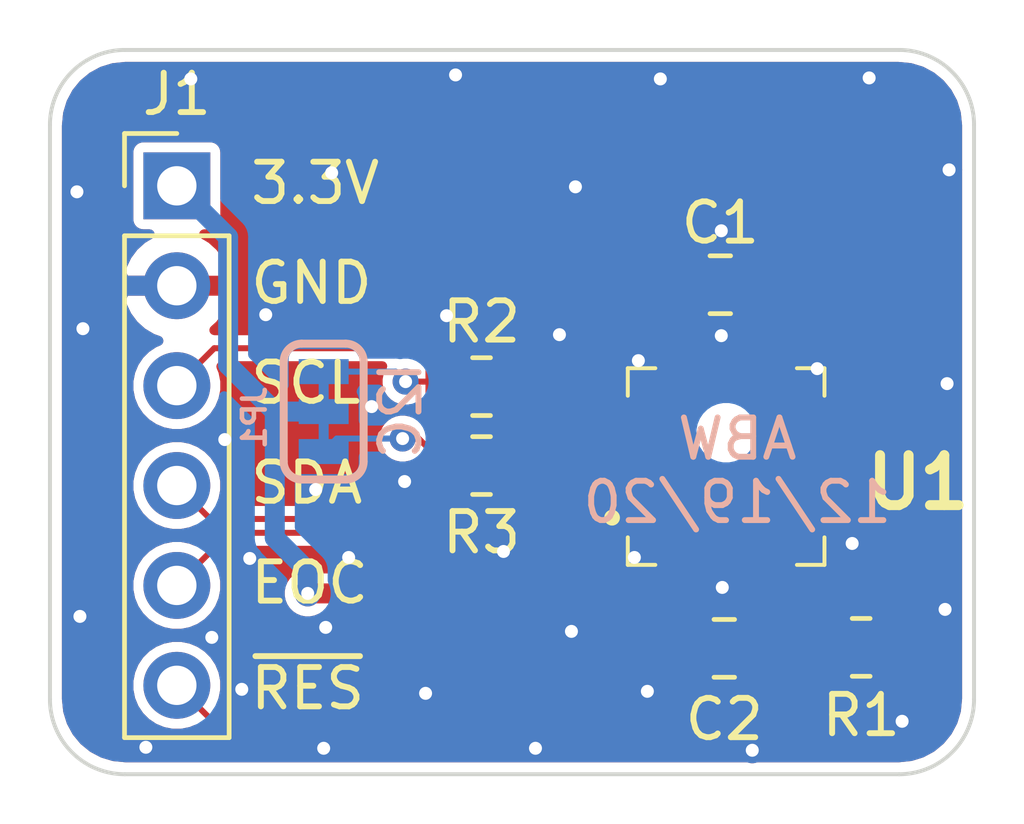
<source format=kicad_pcb>
(kicad_pcb (version 20171130) (host pcbnew "(5.1.8)-1")

  (general
    (thickness 1.6)
    (drawings 16)
    (tracks 97)
    (zones 0)
    (modules 8)
    (nets 15)
  )

  (page A4)
  (layers
    (0 F.Cu signal)
    (31 B.Cu signal)
    (32 B.Adhes user)
    (33 F.Adhes user)
    (34 B.Paste user)
    (35 F.Paste user)
    (36 B.SilkS user)
    (37 F.SilkS user)
    (38 B.Mask user)
    (39 F.Mask user)
    (40 Dwgs.User user)
    (41 Cmts.User user)
    (42 Eco1.User user)
    (43 Eco2.User user)
    (44 Edge.Cuts user)
    (45 Margin user)
    (46 B.CrtYd user)
    (47 F.CrtYd user)
    (48 B.Fab user hide)
    (49 F.Fab user hide)
  )

  (setup
    (last_trace_width 0.508)
    (user_trace_width 0.1524)
    (user_trace_width 0.1778)
    (user_trace_width 0.254)
    (user_trace_width 0.3048)
    (user_trace_width 0.381)
    (user_trace_width 0.508)
    (user_trace_width 0.635)
    (user_trace_width 0.889)
    (user_trace_width 1.016)
    (user_trace_width 1.27)
    (user_trace_width 1.905)
    (user_trace_width 2.54)
    (trace_clearance 0.2)
    (zone_clearance 0.508)
    (zone_45_only no)
    (trace_min 0.1)
    (via_size 0.8)
    (via_drill 0.4)
    (via_min_size 0.4)
    (via_min_drill 0.3)
    (user_via 0.6096 0.3048)
    (user_via 0.6604 0.3302)
    (user_via 0.889 0.381)
    (user_via 1.397 0.635)
    (uvia_size 0.3)
    (uvia_drill 0.1)
    (uvias_allowed no)
    (uvia_min_size 0.2)
    (uvia_min_drill 0.1)
    (edge_width 0.05)
    (segment_width 0.2)
    (pcb_text_width 0.3)
    (pcb_text_size 1.5 1.5)
    (mod_edge_width 0.12)
    (mod_text_size 1 1)
    (mod_text_width 0.15)
    (pad_size 1.524 1.524)
    (pad_drill 0.762)
    (pad_to_mask_clearance 0.051)
    (solder_mask_min_width 0.25)
    (aux_axis_origin 0 0)
    (visible_elements FFFFFF7F)
    (pcbplotparams
      (layerselection 0x010fc_ffffffff)
      (usegerberextensions false)
      (usegerberattributes true)
      (usegerberadvancedattributes true)
      (creategerberjobfile true)
      (excludeedgelayer true)
      (linewidth 0.100000)
      (plotframeref false)
      (viasonmask false)
      (mode 1)
      (useauxorigin false)
      (hpglpennumber 1)
      (hpglpenspeed 20)
      (hpglpendiameter 15.000000)
      (psnegative false)
      (psa4output false)
      (plotreference true)
      (plotvalue true)
      (plotinvisibletext false)
      (padsonsilk false)
      (subtractmaskfromsilk false)
      (outputformat 1)
      (mirror false)
      (drillshape 1)
      (scaleselection 1)
      (outputdirectory ""))
  )

  (net 0 "")
  (net 1 "Net-(C1-Pad2)")
  (net 2 "Net-(C1-Pad1)")
  (net 3 GND)
  (net 4 +3V3)
  (net 5 /~RES)
  (net 6 /EOC)
  (net 7 /SDA)
  (net 8 /SCL)
  (net 9 "Net-(JP1-Pad3)")
  (net 10 "Net-(JP1-Pad1)")
  (net 11 "Net-(U1-Pad11)")
  (net 12 "Net-(U1-Pad7)")
  (net 13 "Net-(U1-Pad5)")
  (net 14 "Net-(U1-Pad1)")

  (net_class Default "This is the default net class."
    (clearance 0.2)
    (trace_width 0.25)
    (via_dia 0.8)
    (via_drill 0.4)
    (uvia_dia 0.3)
    (uvia_drill 0.1)
    (add_net +3V3)
    (add_net /EOC)
    (add_net /SCL)
    (add_net /SDA)
    (add_net /~RES)
    (add_net GND)
    (add_net "Net-(C1-Pad1)")
    (add_net "Net-(C1-Pad2)")
    (add_net "Net-(JP1-Pad1)")
    (add_net "Net-(JP1-Pad3)")
    (add_net "Net-(U1-Pad1)")
    (add_net "Net-(U1-Pad11)")
    (add_net "Net-(U1-Pad5)")
    (add_net "Net-(U1-Pad7)")
  )

  (module SamacSys_Parts:MPRLS0300YG00001B (layer F.Cu) (tedit 0) (tstamp 5FDE2B3F)
    (at 100.7618 65.2018 270)
    (descr MPRLS0300YG00001B)
    (tags "Undefined or Miscellaneous")
    (path /5FDE24E9)
    (fp_text reference U1 (at 0.4064 -5.1308 180) (layer F.SilkS)
      (effects (font (size 1.27 1.27) (thickness 0.254)))
    )
    (fp_text value MPRLS0300YG00001B (at 0 0 90) (layer F.SilkS) hide
      (effects (font (size 1.27 1.27) (thickness 0.254)))
    )
    (fp_arc (start 1.3 2.65) (end 1.4 2.65) (angle 180) (layer F.SilkS) (width 0.2))
    (fp_arc (start 1.3 2.65) (end 1.2 2.65) (angle 180) (layer F.SilkS) (width 0.2))
    (fp_text user %R (at 0 0 90) (layer F.Fab)
      (effects (font (size 1.27 1.27) (thickness 0.254)))
    )
    (fp_line (start -2.5 -2.75) (end 2.5 -2.75) (layer F.Fab) (width 0.2))
    (fp_line (start 2.5 -2.75) (end 2.5 2.25) (layer F.Fab) (width 0.2))
    (fp_line (start 2.5 2.25) (end -2.5 2.25) (layer F.Fab) (width 0.2))
    (fp_line (start -2.5 2.25) (end -2.5 -2.75) (layer F.Fab) (width 0.2))
    (fp_line (start -3.5 -3.75) (end 3.5 -3.75) (layer F.CrtYd) (width 0.1))
    (fp_line (start 3.5 -3.75) (end 3.5 3.75) (layer F.CrtYd) (width 0.1))
    (fp_line (start 3.5 3.75) (end -3.5 3.75) (layer F.CrtYd) (width 0.1))
    (fp_line (start -3.5 3.75) (end -3.5 -3.75) (layer F.CrtYd) (width 0.1))
    (fp_line (start -1.8 -2.75) (end -2.5 -2.75) (layer F.SilkS) (width 0.1))
    (fp_line (start -2.5 -2.75) (end -2.5 -2.05) (layer F.SilkS) (width 0.1))
    (fp_line (start -2.5 1.55) (end -2.5 2.25) (layer F.SilkS) (width 0.1))
    (fp_line (start -2.5 2.25) (end -1.8 2.25) (layer F.SilkS) (width 0.1))
    (fp_line (start 1.8 2.25) (end 2.5 2.25) (layer F.SilkS) (width 0.1))
    (fp_line (start 2.5 2.25) (end 2.5 1.55) (layer F.SilkS) (width 0.1))
    (fp_line (start 1.8 -2.75) (end 2.5 -2.75) (layer F.SilkS) (width 0.1))
    (fp_line (start 2.5 -2.75) (end 2.5 -2.05) (layer F.SilkS) (width 0.1))
    (fp_line (start 1.2 2.65) (end 1.2 2.65) (layer F.SilkS) (width 0.2))
    (fp_line (start 1.4 2.65) (end 1.4 2.65) (layer F.SilkS) (width 0.2))
    (pad 13 np_thru_hole circle (at -0.86 -0.25 270) (size 1 0) (drill 1) (layers *.Cu *.Mask))
    (pad 12 smd rect (at 2.1 1.02 270) (size 0.65 0.7) (layers F.Cu F.Paste F.Mask)
      (net 4 +3V3))
    (pad 11 smd rect (at 2.1 -0.25 270) (size 0.65 0.7) (layers F.Cu F.Paste F.Mask)
      (net 11 "Net-(U1-Pad11)"))
    (pad 10 smd rect (at 2.1 -1.52 270) (size 0.65 0.7) (layers F.Cu F.Paste F.Mask)
      (net 3 GND))
    (pad 9 smd rect (at 1.27 -2.35) (size 0.65 0.7) (layers F.Cu F.Paste F.Mask)
      (net 5 /~RES))
    (pad 8 smd rect (at 0 -2.35) (size 0.65 0.7) (layers F.Cu F.Paste F.Mask)
      (net 6 /EOC))
    (pad 7 smd rect (at -1.27 -2.35) (size 0.65 0.7) (layers F.Cu F.Paste F.Mask)
      (net 12 "Net-(U1-Pad7)"))
    (pad 6 smd rect (at -2.1 -1.52 270) (size 0.65 0.7) (layers F.Cu F.Paste F.Mask)
      (net 2 "Net-(C1-Pad1)"))
    (pad 5 smd rect (at -2.1 -0.25 270) (size 0.65 0.7) (layers F.Cu F.Paste F.Mask)
      (net 13 "Net-(U1-Pad5)"))
    (pad 4 smd rect (at -2.1 1.02 270) (size 0.65 0.7) (layers F.Cu F.Paste F.Mask)
      (net 1 "Net-(C1-Pad2)"))
    (pad 3 smd rect (at -1.27 1.85) (size 0.65 0.7) (layers F.Cu F.Paste F.Mask)
      (net 8 /SCL))
    (pad 2 smd rect (at 0 1.85) (size 0.65 0.7) (layers F.Cu F.Paste F.Mask)
      (net 7 /SDA))
    (pad 1 smd rect (at 1.27 1.85) (size 0.65 0.7) (layers F.Cu F.Paste F.Mask)
      (net 14 "Net-(U1-Pad1)"))
    (model "D:\\AveryW\\Assorted Programs\\KiCad\\SamacSys_Parts.3dshapes\\MPRLS0300YG00001B.stp"
      (at (xyz 0 0 0))
      (scale (xyz 1 1 1))
      (rotate (xyz 0 0 0))
    )
  )

  (module Resistor_SMD:R_0805_2012Metric (layer F.Cu) (tedit 5F68FEEE) (tstamp 5FDE2B19)
    (at 94.7928 65.1764)
    (descr "Resistor SMD 0805 (2012 Metric), square (rectangular) end terminal, IPC_7351 nominal, (Body size source: IPC-SM-782 page 72, https://www.pcb-3d.com/wordpress/wp-content/uploads/ipc-sm-782a_amendment_1_and_2.pdf), generated with kicad-footprint-generator")
    (tags resistor)
    (path /5FDEB73E)
    (attr smd)
    (fp_text reference R3 (at 0 1.7018) (layer F.SilkS)
      (effects (font (size 1 1) (thickness 0.15)))
    )
    (fp_text value 2.2k (at 0 1.65) (layer F.Fab)
      (effects (font (size 1 1) (thickness 0.15)))
    )
    (fp_text user %R (at 0 0) (layer F.Fab)
      (effects (font (size 0.5 0.5) (thickness 0.08)))
    )
    (fp_line (start -1 0.625) (end -1 -0.625) (layer F.Fab) (width 0.1))
    (fp_line (start -1 -0.625) (end 1 -0.625) (layer F.Fab) (width 0.1))
    (fp_line (start 1 -0.625) (end 1 0.625) (layer F.Fab) (width 0.1))
    (fp_line (start 1 0.625) (end -1 0.625) (layer F.Fab) (width 0.1))
    (fp_line (start -0.227064 -0.735) (end 0.227064 -0.735) (layer F.SilkS) (width 0.12))
    (fp_line (start -0.227064 0.735) (end 0.227064 0.735) (layer F.SilkS) (width 0.12))
    (fp_line (start -1.68 0.95) (end -1.68 -0.95) (layer F.CrtYd) (width 0.05))
    (fp_line (start -1.68 -0.95) (end 1.68 -0.95) (layer F.CrtYd) (width 0.05))
    (fp_line (start 1.68 -0.95) (end 1.68 0.95) (layer F.CrtYd) (width 0.05))
    (fp_line (start 1.68 0.95) (end -1.68 0.95) (layer F.CrtYd) (width 0.05))
    (pad 2 smd roundrect (at 0.9125 0) (size 1.025 1.4) (layers F.Cu F.Paste F.Mask) (roundrect_rratio 0.243902)
      (net 7 /SDA))
    (pad 1 smd roundrect (at -0.9125 0) (size 1.025 1.4) (layers F.Cu F.Paste F.Mask) (roundrect_rratio 0.243902)
      (net 10 "Net-(JP1-Pad1)"))
    (model ${KISYS3DMOD}/Resistor_SMD.3dshapes/R_0805_2012Metric.wrl
      (at (xyz 0 0 0))
      (scale (xyz 1 1 1))
      (rotate (xyz 0 0 0))
    )
  )

  (module Resistor_SMD:R_0805_2012Metric (layer F.Cu) (tedit 5F68FEEE) (tstamp 5FDE2B08)
    (at 94.7928 63.1698)
    (descr "Resistor SMD 0805 (2012 Metric), square (rectangular) end terminal, IPC_7351 nominal, (Body size source: IPC-SM-782 page 72, https://www.pcb-3d.com/wordpress/wp-content/uploads/ipc-sm-782a_amendment_1_and_2.pdf), generated with kicad-footprint-generator")
    (tags resistor)
    (path /5FDEA968)
    (attr smd)
    (fp_text reference R2 (at 0 -1.65) (layer F.SilkS)
      (effects (font (size 1 1) (thickness 0.15)))
    )
    (fp_text value 2.2k (at 0 1.65) (layer F.Fab)
      (effects (font (size 1 1) (thickness 0.15)))
    )
    (fp_text user %R (at 0 0) (layer F.Fab)
      (effects (font (size 0.5 0.5) (thickness 0.08)))
    )
    (fp_line (start -1 0.625) (end -1 -0.625) (layer F.Fab) (width 0.1))
    (fp_line (start -1 -0.625) (end 1 -0.625) (layer F.Fab) (width 0.1))
    (fp_line (start 1 -0.625) (end 1 0.625) (layer F.Fab) (width 0.1))
    (fp_line (start 1 0.625) (end -1 0.625) (layer F.Fab) (width 0.1))
    (fp_line (start -0.227064 -0.735) (end 0.227064 -0.735) (layer F.SilkS) (width 0.12))
    (fp_line (start -0.227064 0.735) (end 0.227064 0.735) (layer F.SilkS) (width 0.12))
    (fp_line (start -1.68 0.95) (end -1.68 -0.95) (layer F.CrtYd) (width 0.05))
    (fp_line (start -1.68 -0.95) (end 1.68 -0.95) (layer F.CrtYd) (width 0.05))
    (fp_line (start 1.68 -0.95) (end 1.68 0.95) (layer F.CrtYd) (width 0.05))
    (fp_line (start 1.68 0.95) (end -1.68 0.95) (layer F.CrtYd) (width 0.05))
    (pad 2 smd roundrect (at 0.9125 0) (size 1.025 1.4) (layers F.Cu F.Paste F.Mask) (roundrect_rratio 0.243902)
      (net 8 /SCL))
    (pad 1 smd roundrect (at -0.9125 0) (size 1.025 1.4) (layers F.Cu F.Paste F.Mask) (roundrect_rratio 0.243902)
      (net 9 "Net-(JP1-Pad3)"))
    (model ${KISYS3DMOD}/Resistor_SMD.3dshapes/R_0805_2012Metric.wrl
      (at (xyz 0 0 0))
      (scale (xyz 1 1 1))
      (rotate (xyz 0 0 0))
    )
  )

  (module Resistor_SMD:R_0805_2012Metric (layer F.Cu) (tedit 5F68FEEE) (tstamp 5FDE2AF7)
    (at 104.4448 69.7992)
    (descr "Resistor SMD 0805 (2012 Metric), square (rectangular) end terminal, IPC_7351 nominal, (Body size source: IPC-SM-782 page 72, https://www.pcb-3d.com/wordpress/wp-content/uploads/ipc-sm-782a_amendment_1_and_2.pdf), generated with kicad-footprint-generator")
    (tags resistor)
    (path /5FDED1EB)
    (attr smd)
    (fp_text reference R1 (at 0 1.7272) (layer F.SilkS)
      (effects (font (size 1 1) (thickness 0.15)))
    )
    (fp_text value 10k (at 0 1.65) (layer F.Fab)
      (effects (font (size 1 1) (thickness 0.15)))
    )
    (fp_text user %R (at 0 0) (layer F.Fab)
      (effects (font (size 0.5 0.5) (thickness 0.08)))
    )
    (fp_line (start -1 0.625) (end -1 -0.625) (layer F.Fab) (width 0.1))
    (fp_line (start -1 -0.625) (end 1 -0.625) (layer F.Fab) (width 0.1))
    (fp_line (start 1 -0.625) (end 1 0.625) (layer F.Fab) (width 0.1))
    (fp_line (start 1 0.625) (end -1 0.625) (layer F.Fab) (width 0.1))
    (fp_line (start -0.227064 -0.735) (end 0.227064 -0.735) (layer F.SilkS) (width 0.12))
    (fp_line (start -0.227064 0.735) (end 0.227064 0.735) (layer F.SilkS) (width 0.12))
    (fp_line (start -1.68 0.95) (end -1.68 -0.95) (layer F.CrtYd) (width 0.05))
    (fp_line (start -1.68 -0.95) (end 1.68 -0.95) (layer F.CrtYd) (width 0.05))
    (fp_line (start 1.68 -0.95) (end 1.68 0.95) (layer F.CrtYd) (width 0.05))
    (fp_line (start 1.68 0.95) (end -1.68 0.95) (layer F.CrtYd) (width 0.05))
    (pad 2 smd roundrect (at 0.9125 0) (size 1.025 1.4) (layers F.Cu F.Paste F.Mask) (roundrect_rratio 0.243902)
      (net 5 /~RES))
    (pad 1 smd roundrect (at -0.9125 0) (size 1.025 1.4) (layers F.Cu F.Paste F.Mask) (roundrect_rratio 0.243902)
      (net 4 +3V3))
    (model ${KISYS3DMOD}/Resistor_SMD.3dshapes/R_0805_2012Metric.wrl
      (at (xyz 0 0 0))
      (scale (xyz 1 1 1))
      (rotate (xyz 0 0 0))
    )
  )

  (module Jumper:SMT-JUMPER_3_2-NC_TRACE_SILK (layer B.Cu) (tedit 0) (tstamp 5FDE2AE6)
    (at 90.7796 63.8048 90)
    (path /5FDE36A7)
    (fp_text reference JP1 (at -0.1524 -1.4224 270) (layer B.SilkS)
      (effects (font (size 0.57912 0.57912) (thickness 0.115824)) (justify bottom mirror))
    )
    (fp_text value I2C (at 0 -1.143 270) (layer B.Fab)
      (effects (font (size 0.57912 0.57912) (thickness 0.115824)) (justify top mirror))
    )
    (fp_arc (start 1.27 -0.5588) (end 1.27 -1.016) (angle 90) (layer B.SilkS) (width 0.2032))
    (fp_arc (start -1.27 -0.5588) (end -1.7272 -0.5588) (angle 90) (layer B.SilkS) (width 0.2032))
    (fp_arc (start -1.27 0.5588) (end -1.7272 0.5588) (angle -90) (layer B.SilkS) (width 0.2032))
    (fp_arc (start 1.27 0.5588) (end 1.27 1.016) (angle -90) (layer B.SilkS) (width 0.2032))
    (fp_line (start 1.27 -1.016) (end -1.27 -1.016) (layer B.SilkS) (width 0.2032))
    (fp_line (start 1.7272 -0.5588) (end 1.7272 0.5588) (layer B.SilkS) (width 0.2032))
    (fp_line (start -1.7272 -0.5588) (end -1.7272 0.5588) (layer B.SilkS) (width 0.2032))
    (fp_line (start -1.27 1.016) (end 1.27 1.016) (layer B.SilkS) (width 0.2032))
    (fp_poly (pts (xy -0.6985 0.127) (xy 0.6985 0.127) (xy 0.6985 -0.127) (xy -0.6985 -0.127)) (layer B.Mask) (width 0))
    (fp_poly (pts (xy 0.3048 -0.127) (xy 0.7112 -0.127) (xy 0.7112 0.127) (xy 0.3048 0.127)) (layer B.Cu) (width 0))
    (fp_poly (pts (xy -0.7112 -0.127) (xy -0.3048 -0.127) (xy -0.3048 0.127) (xy -0.7112 0.127)) (layer B.Cu) (width 0))
    (pad 3 smd rect (at 1.016 0 90) (size 0.635 1.27) (layers B.Cu B.Mask)
      (net 9 "Net-(JP1-Pad3)") (solder_mask_margin 0.1016))
    (pad 2 smd rect (at 0 0 90) (size 0.635 1.27) (layers B.Cu B.Mask)
      (net 4 +3V3) (solder_mask_margin 0.1016))
    (pad 1 smd rect (at -1.016 0 90) (size 0.635 1.27) (layers B.Cu B.Mask)
      (net 10 "Net-(JP1-Pad1)") (solder_mask_margin 0.1016))
  )

  (module Connector_PinHeader_2.54mm:PinHeader_1x06_P2.54mm_Vertical (layer F.Cu) (tedit 59FED5CC) (tstamp 5FDE2AD4)
    (at 87.0458 58.0644)
    (descr "Through hole straight pin header, 1x06, 2.54mm pitch, single row")
    (tags "Through hole pin header THT 1x06 2.54mm single row")
    (path /5FDE40C5)
    (fp_text reference J1 (at 0 -2.33) (layer F.SilkS)
      (effects (font (size 1 1) (thickness 0.15)))
    )
    (fp_text value Conn_01x06 (at 0 15.03) (layer F.Fab)
      (effects (font (size 1 1) (thickness 0.15)))
    )
    (fp_text user %R (at 0 6.35 90) (layer F.Fab)
      (effects (font (size 1 1) (thickness 0.15)))
    )
    (fp_line (start -0.635 -1.27) (end 1.27 -1.27) (layer F.Fab) (width 0.1))
    (fp_line (start 1.27 -1.27) (end 1.27 13.97) (layer F.Fab) (width 0.1))
    (fp_line (start 1.27 13.97) (end -1.27 13.97) (layer F.Fab) (width 0.1))
    (fp_line (start -1.27 13.97) (end -1.27 -0.635) (layer F.Fab) (width 0.1))
    (fp_line (start -1.27 -0.635) (end -0.635 -1.27) (layer F.Fab) (width 0.1))
    (fp_line (start -1.33 14.03) (end 1.33 14.03) (layer F.SilkS) (width 0.12))
    (fp_line (start -1.33 1.27) (end -1.33 14.03) (layer F.SilkS) (width 0.12))
    (fp_line (start 1.33 1.27) (end 1.33 14.03) (layer F.SilkS) (width 0.12))
    (fp_line (start -1.33 1.27) (end 1.33 1.27) (layer F.SilkS) (width 0.12))
    (fp_line (start -1.33 0) (end -1.33 -1.33) (layer F.SilkS) (width 0.12))
    (fp_line (start -1.33 -1.33) (end 0 -1.33) (layer F.SilkS) (width 0.12))
    (fp_line (start -1.8 -1.8) (end -1.8 14.5) (layer F.CrtYd) (width 0.05))
    (fp_line (start -1.8 14.5) (end 1.8 14.5) (layer F.CrtYd) (width 0.05))
    (fp_line (start 1.8 14.5) (end 1.8 -1.8) (layer F.CrtYd) (width 0.05))
    (fp_line (start 1.8 -1.8) (end -1.8 -1.8) (layer F.CrtYd) (width 0.05))
    (pad 6 thru_hole oval (at 0 12.7) (size 1.7 1.7) (drill 1) (layers *.Cu *.Mask)
      (net 5 /~RES))
    (pad 5 thru_hole oval (at 0 10.16) (size 1.7 1.7) (drill 1) (layers *.Cu *.Mask)
      (net 6 /EOC))
    (pad 4 thru_hole oval (at 0 7.62) (size 1.7 1.7) (drill 1) (layers *.Cu *.Mask)
      (net 7 /SDA))
    (pad 3 thru_hole oval (at 0 5.08) (size 1.7 1.7) (drill 1) (layers *.Cu *.Mask)
      (net 8 /SCL))
    (pad 2 thru_hole oval (at 0 2.54) (size 1.7 1.7) (drill 1) (layers *.Cu *.Mask)
      (net 3 GND))
    (pad 1 thru_hole rect (at 0 0) (size 1.7 1.7) (drill 1) (layers *.Cu *.Mask)
      (net 4 +3V3))
    (model ${KISYS3DMOD}/Connector_PinHeader_2.54mm.3dshapes/PinHeader_1x06_P2.54mm_Vertical.wrl
      (offset (xyz 0 0 -1.5))
      (scale (xyz 1 1 1))
      (rotate (xyz 0 180 0))
    )
  )

  (module Capacitor_SMD:C_0805_2012Metric (layer F.Cu) (tedit 5F68FEEE) (tstamp 5FDE2ABA)
    (at 100.965 69.8246)
    (descr "Capacitor SMD 0805 (2012 Metric), square (rectangular) end terminal, IPC_7351 nominal, (Body size source: IPC-SM-782 page 76, https://www.pcb-3d.com/wordpress/wp-content/uploads/ipc-sm-782a_amendment_1_and_2.pdf, https://docs.google.com/spreadsheets/d/1BsfQQcO9C6DZCsRaXUlFlo91Tg2WpOkGARC1WS5S8t0/edit?usp=sharing), generated with kicad-footprint-generator")
    (tags capacitor)
    (path /5FDE623E)
    (attr smd)
    (fp_text reference C2 (at 0 1.8034) (layer F.SilkS)
      (effects (font (size 1 1) (thickness 0.15)))
    )
    (fp_text value 0.1uF (at 0 1.68) (layer F.Fab)
      (effects (font (size 1 1) (thickness 0.15)))
    )
    (fp_text user %R (at 0 0) (layer F.Fab)
      (effects (font (size 0.5 0.5) (thickness 0.08)))
    )
    (fp_line (start -1 0.625) (end -1 -0.625) (layer F.Fab) (width 0.1))
    (fp_line (start -1 -0.625) (end 1 -0.625) (layer F.Fab) (width 0.1))
    (fp_line (start 1 -0.625) (end 1 0.625) (layer F.Fab) (width 0.1))
    (fp_line (start 1 0.625) (end -1 0.625) (layer F.Fab) (width 0.1))
    (fp_line (start -0.261252 -0.735) (end 0.261252 -0.735) (layer F.SilkS) (width 0.12))
    (fp_line (start -0.261252 0.735) (end 0.261252 0.735) (layer F.SilkS) (width 0.12))
    (fp_line (start -1.7 0.98) (end -1.7 -0.98) (layer F.CrtYd) (width 0.05))
    (fp_line (start -1.7 -0.98) (end 1.7 -0.98) (layer F.CrtYd) (width 0.05))
    (fp_line (start 1.7 -0.98) (end 1.7 0.98) (layer F.CrtYd) (width 0.05))
    (fp_line (start 1.7 0.98) (end -1.7 0.98) (layer F.CrtYd) (width 0.05))
    (pad 2 smd roundrect (at 0.95 0) (size 1 1.45) (layers F.Cu F.Paste F.Mask) (roundrect_rratio 0.25)
      (net 3 GND))
    (pad 1 smd roundrect (at -0.95 0) (size 1 1.45) (layers F.Cu F.Paste F.Mask) (roundrect_rratio 0.25)
      (net 4 +3V3))
    (model ${KISYS3DMOD}/Capacitor_SMD.3dshapes/C_0805_2012Metric.wrl
      (at (xyz 0 0 0))
      (scale (xyz 1 1 1))
      (rotate (xyz 0 0 0))
    )
  )

  (module Capacitor_SMD:C_0805_2012Metric (layer F.Cu) (tedit 5F68FEEE) (tstamp 5FDE2AA9)
    (at 100.8634 60.579 180)
    (descr "Capacitor SMD 0805 (2012 Metric), square (rectangular) end terminal, IPC_7351 nominal, (Body size source: IPC-SM-782 page 76, https://www.pcb-3d.com/wordpress/wp-content/uploads/ipc-sm-782a_amendment_1_and_2.pdf, https://docs.google.com/spreadsheets/d/1BsfQQcO9C6DZCsRaXUlFlo91Tg2WpOkGARC1WS5S8t0/edit?usp=sharing), generated with kicad-footprint-generator")
    (tags capacitor)
    (path /5FDE4EA1)
    (attr smd)
    (fp_text reference C1 (at 0 1.5748) (layer F.SilkS)
      (effects (font (size 1 1) (thickness 0.15)))
    )
    (fp_text value 1000pF (at 0 1.68) (layer F.Fab)
      (effects (font (size 1 1) (thickness 0.15)))
    )
    (fp_text user %R (at 0 0) (layer F.Fab)
      (effects (font (size 0.5 0.5) (thickness 0.08)))
    )
    (fp_line (start -1 0.625) (end -1 -0.625) (layer F.Fab) (width 0.1))
    (fp_line (start -1 -0.625) (end 1 -0.625) (layer F.Fab) (width 0.1))
    (fp_line (start 1 -0.625) (end 1 0.625) (layer F.Fab) (width 0.1))
    (fp_line (start 1 0.625) (end -1 0.625) (layer F.Fab) (width 0.1))
    (fp_line (start -0.261252 -0.735) (end 0.261252 -0.735) (layer F.SilkS) (width 0.12))
    (fp_line (start -0.261252 0.735) (end 0.261252 0.735) (layer F.SilkS) (width 0.12))
    (fp_line (start -1.7 0.98) (end -1.7 -0.98) (layer F.CrtYd) (width 0.05))
    (fp_line (start -1.7 -0.98) (end 1.7 -0.98) (layer F.CrtYd) (width 0.05))
    (fp_line (start 1.7 -0.98) (end 1.7 0.98) (layer F.CrtYd) (width 0.05))
    (fp_line (start 1.7 0.98) (end -1.7 0.98) (layer F.CrtYd) (width 0.05))
    (pad 2 smd roundrect (at 0.95 0 180) (size 1 1.45) (layers F.Cu F.Paste F.Mask) (roundrect_rratio 0.25)
      (net 1 "Net-(C1-Pad2)"))
    (pad 1 smd roundrect (at -0.95 0 180) (size 1 1.45) (layers F.Cu F.Paste F.Mask) (roundrect_rratio 0.25)
      (net 2 "Net-(C1-Pad1)"))
    (model ${KISYS3DMOD}/Capacitor_SMD.3dshapes/C_0805_2012Metric.wrl
      (at (xyz 0 0 0))
      (scale (xyz 1 1 1))
      (rotate (xyz 0 0 0))
    )
  )

  (gr_arc (start 85.725 71.12) (end 83.82 71.12) (angle -90) (layer Edge.Cuts) (width 0.1) (tstamp 5FDE3535))
  (gr_arc (start 105.41 71.12) (end 105.41 73.025) (angle -90) (layer Edge.Cuts) (width 0.1) (tstamp 5FDE3535))
  (gr_arc (start 105.41 56.515) (end 107.315 56.515) (angle -90) (layer Edge.Cuts) (width 0.1) (tstamp 5FDE3535))
  (gr_arc (start 85.725 56.515) (end 85.725 54.61) (angle -90) (layer Edge.Cuts) (width 0.1))
  (gr_line (start 107.315 56.515) (end 107.315 71.12) (layer Edge.Cuts) (width 0.1))
  (gr_line (start 85.725 54.61) (end 105.41 54.61) (layer Edge.Cuts) (width 0.1))
  (gr_line (start 83.82 71.12) (end 83.82 56.515) (layer Edge.Cuts) (width 0.1))
  (gr_line (start 105.41 73.025) (end 85.725 73.025) (layer Edge.Cuts) (width 0.1))
  (gr_text "ABW\n12/19/20" (at 101.2952 65.3034) (layer B.SilkS)
    (effects (font (size 1 1) (thickness 0.15)) (justify mirror))
  )
  (gr_text I2C (at 92.7354 63.7794 90) (layer B.SilkS)
    (effects (font (size 1 1) (thickness 0.15)) (justify mirror))
  )
  (gr_text ~RES (at 90.3732 70.8444) (layer F.SilkS)
    (effects (font (size 1 1) (thickness 0.15)))
  )
  (gr_text EOC (at 90.420819 68.1569) (layer F.SilkS)
    (effects (font (size 1 1) (thickness 0.15)))
  )
  (gr_text SDA (at 90.349391 65.6169) (layer F.SilkS)
    (effects (font (size 1 1) (thickness 0.15)))
  )
  (gr_text SCL (at 90.325581 63.0769) (layer F.SilkS)
    (effects (font (size 1 1) (thickness 0.15)))
  )
  (gr_text GND (at 90.468438 60.5369) (layer F.SilkS)
    (effects (font (size 1 1) (thickness 0.15)))
  )
  (gr_text 3.3V (at 90.563676 57.9969) (layer F.SilkS)
    (effects (font (size 1 1) (thickness 0.15)))
  )

  (segment (start 99.7418 60.7506) (end 99.9134 60.579) (width 0.1524) (layer F.Cu) (net 1))
  (segment (start 99.7418 63.1018) (end 99.7418 60.7506) (width 0.1524) (layer F.Cu) (net 1))
  (segment (start 102.2818 61.0474) (end 101.8134 60.579) (width 0.1524) (layer F.Cu) (net 2))
  (segment (start 102.2818 63.1018) (end 102.2818 61.0474) (width 0.1524) (layer F.Cu) (net 2))
  (segment (start 102.2818 69.4578) (end 101.915 69.8246) (width 0.1524) (layer F.Cu) (net 3))
  (segment (start 102.2818 67.3018) (end 102.2818 69.4578) (width 0.1524) (layer F.Cu) (net 3))
  (segment (start 101.915 69.8246) (end 101.915 69.8246) (width 0.1524) (layer F.Cu) (net 3) (tstamp 5FDE329E))
  (via (at 91.4146 67.5132) (size 0.6604) (drill 0.3302) (layers F.Cu B.Cu) (net 3))
  (via (at 88.9 67.5386) (size 0.6604) (drill 0.3302) (layers F.Cu B.Cu) (net 3))
  (segment (start 91.3892 67.5386) (end 91.4146 67.5132) (width 0.508) (layer F.Cu) (net 3))
  (segment (start 88.9 67.5386) (end 91.3892 67.5386) (width 0.508) (layer F.Cu) (net 3))
  (via (at 98.679 67.5132) (size 0.6604) (drill 0.3302) (layers F.Cu B.Cu) (net 3))
  (via (at 95.3516 67.3608) (size 0.6604) (drill 0.3302) (layers F.Cu B.Cu) (net 3))
  (via (at 87.9348 69.5452) (size 0.6604) (drill 0.3302) (layers F.Cu B.Cu) (net 3))
  (via (at 88.6968 70.866) (size 0.6604) (drill 0.3302) (layers F.Cu B.Cu) (net 3))
  (via (at 90.8304 69.2912) (size 0.6604) (drill 0.3302) (layers F.Cu B.Cu) (net 3))
  (via (at 93.3704 70.9676) (size 0.6604) (drill 0.3302) (layers F.Cu B.Cu) (net 3))
  (via (at 97.0788 69.3928) (size 0.6604) (drill 0.3302) (layers F.Cu B.Cu) (net 3))
  (via (at 99.0092 70.9168) (size 0.6604) (drill 0.3302) (layers F.Cu B.Cu) (net 3))
  (via (at 100.9142 68.2752) (size 0.6604) (drill 0.3302) (layers F.Cu B.Cu) (net 3))
  (via (at 86.2584 72.3392) (size 0.6604) (drill 0.3302) (layers F.Cu B.Cu) (net 3))
  (via (at 90.7796 72.3646) (size 0.6604) (drill 0.3302) (layers F.Cu B.Cu) (net 3))
  (via (at 96.1644 72.3646) (size 0.6604) (drill 0.3302) (layers F.Cu B.Cu) (net 3))
  (via (at 101.6762 72.4154) (size 0.6604) (drill 0.3302) (layers F.Cu B.Cu) (net 3))
  (via (at 105.4862 71.6788) (size 0.6604) (drill 0.3302) (layers F.Cu B.Cu) (net 3))
  (via (at 106.5784 68.834) (size 0.6604) (drill 0.3302) (layers F.Cu B.Cu) (net 3))
  (via (at 106.6292 63.0936) (size 0.6604) (drill 0.3302) (layers F.Cu B.Cu) (net 3))
  (via (at 106.68 57.658) (size 0.6604) (drill 0.3302) (layers F.Cu B.Cu) (net 3))
  (via (at 104.648 55.3212) (size 0.6604) (drill 0.3302) (layers F.Cu B.Cu) (net 3))
  (via (at 99.3394 55.3466) (size 0.6604) (drill 0.3302) (layers F.Cu B.Cu) (net 3))
  (via (at 94.1324 55.245) (size 0.6604) (drill 0.3302) (layers F.Cu B.Cu) (net 3))
  (via (at 87.4014 55.3466) (size 0.6604) (drill 0.3302) (layers F.Cu B.Cu) (net 3))
  (via (at 84.5058 58.2168) (size 0.6604) (drill 0.3302) (layers F.Cu B.Cu) (net 3))
  (via (at 84.6582 61.6966) (size 0.6604) (drill 0.3302) (layers F.Cu B.Cu) (net 3))
  (via (at 84.582 69.0118) (size 0.6604) (drill 0.3302) (layers F.Cu B.Cu) (net 3))
  (via (at 88.265 64.516) (size 0.6604) (drill 0.3302) (layers F.Cu B.Cu) (net 3))
  (via (at 92.837 65.5828) (size 0.6604) (drill 0.3302) (layers F.Cu B.Cu) (net 3))
  (via (at 90.5764 65.786) (size 0.6604) (drill 0.3302) (layers F.Cu B.Cu) (net 3))
  (via (at 91.9988 63.6778) (size 0.6604) (drill 0.3302) (layers F.Cu B.Cu) (net 3))
  (via (at 89.3064 61.341) (size 0.6604) (drill 0.3302) (layers F.Cu B.Cu) (net 3))
  (via (at 93.9038 61.3664) (size 0.6604) (drill 0.3302) (layers F.Cu B.Cu) (net 3))
  (via (at 96.774 61.849) (size 0.6604) (drill 0.3302) (layers F.Cu B.Cu) (net 3))
  (via (at 98.7806 62.5094) (size 0.6604) (drill 0.3302) (layers F.Cu B.Cu) (net 3))
  (via (at 100.8888 61.8744) (size 0.6604) (drill 0.3302) (layers F.Cu B.Cu) (net 3))
  (via (at 103.3272 62.7126) (size 0.6604) (drill 0.3302) (layers F.Cu B.Cu) (net 3))
  (via (at 104.2162 67.1576) (size 0.6604) (drill 0.3302) (layers F.Cu B.Cu) (net 3))
  (via (at 100.8888 59.2074) (size 0.6604) (drill 0.3302) (layers F.Cu B.Cu) (net 3))
  (via (at 97.1804 58.0898) (size 0.6604) (drill 0.3302) (layers F.Cu B.Cu) (net 3))
  (via (at 90.9828 57.7342) (size 0.6604) (drill 0.3302) (layers F.Cu B.Cu) (net 3))
  (segment (start 89.5369 63.8048) (end 90.7796 63.8048) (width 0.508) (layer B.Cu) (net 4))
  (segment (start 88.349801 62.617701) (end 89.5369 63.8048) (width 0.508) (layer B.Cu) (net 4))
  (segment (start 88.349801 59.368401) (end 88.349801 62.617701) (width 0.508) (layer B.Cu) (net 4))
  (segment (start 87.0458 58.0644) (end 88.349801 59.368401) (width 0.508) (layer B.Cu) (net 4))
  (via (at 90.3732 68.4276) (size 0.6604) (drill 0.3302) (layers F.Cu B.Cu) (net 4))
  (segment (start 90.3732 67.851182) (end 90.3732 68.4276) (width 0.508) (layer B.Cu) (net 4))
  (segment (start 89.5369 67.014882) (end 90.3732 67.851182) (width 0.508) (layer B.Cu) (net 4))
  (segment (start 89.5369 63.8048) (end 89.5369 67.014882) (width 0.508) (layer B.Cu) (net 4))
  (segment (start 98.618 68.4276) (end 100.015 69.8246) (width 0.508) (layer F.Cu) (net 4))
  (segment (start 90.3732 68.4276) (end 98.618 68.4276) (width 0.508) (layer F.Cu) (net 4))
  (segment (start 100.015 67.575) (end 99.7418 67.3018) (width 0.508) (layer F.Cu) (net 4))
  (segment (start 100.015 69.8246) (end 100.015 67.575) (width 0.508) (layer F.Cu) (net 4))
  (segment (start 103.5323 70.4992) (end 103.5323 69.7992) (width 0.508) (layer F.Cu) (net 4))
  (segment (start 103.02789 71.00361) (end 103.5323 70.4992) (width 0.508) (layer F.Cu) (net 4))
  (segment (start 101.19401 71.00361) (end 103.02789 71.00361) (width 0.508) (layer F.Cu) (net 4))
  (segment (start 100.015 69.8246) (end 101.19401 71.00361) (width 0.508) (layer F.Cu) (net 4))
  (segment (start 103.1118 67.5537) (end 105.3573 69.7992) (width 0.1524) (layer F.Cu) (net 5))
  (segment (start 103.1118 66.4718) (end 103.1118 67.5537) (width 0.1524) (layer F.Cu) (net 5))
  (segment (start 87.895799 71.614399) (end 87.0458 70.7644) (width 0.1524) (layer F.Cu) (net 5))
  (segment (start 103.542101 71.614399) (end 87.895799 71.614399) (width 0.1524) (layer F.Cu) (net 5))
  (segment (start 105.3573 69.7992) (end 103.542101 71.614399) (width 0.1524) (layer F.Cu) (net 5))
  (segment (start 87.0458 68.2244) (end 88.383391 66.886809) (width 0.1524) (layer F.Cu) (net 6))
  (segment (start 94.493274 66.886809) (end 95.213083 66.167) (width 0.1524) (layer F.Cu) (net 6))
  (segment (start 88.383391 66.886809) (end 94.493274 66.886809) (width 0.1524) (layer F.Cu) (net 6))
  (segment (start 102.485599 65.828001) (end 103.1118 65.2018) (width 0.1524) (layer F.Cu) (net 6))
  (segment (start 96.510375 65.828001) (end 102.485599 65.828001) (width 0.1524) (layer F.Cu) (net 6))
  (segment (start 96.171376 66.167) (end 96.510375 65.828001) (width 0.1524) (layer F.Cu) (net 6))
  (segment (start 95.213083 66.167) (end 96.171376 66.167) (width 0.1524) (layer F.Cu) (net 6))
  (segment (start 98.8864 65.1764) (end 98.9118 65.2018) (width 0.1524) (layer F.Cu) (net 7))
  (segment (start 95.7053 65.1764) (end 98.8864 65.1764) (width 0.1524) (layer F.Cu) (net 7))
  (segment (start 94.347301 66.534399) (end 95.7053 65.1764) (width 0.1524) (layer F.Cu) (net 7))
  (segment (start 87.895799 66.534399) (end 94.347301 66.534399) (width 0.1524) (layer F.Cu) (net 7))
  (segment (start 87.0458 65.6844) (end 87.895799 66.534399) (width 0.1524) (layer F.Cu) (net 7))
  (segment (start 98.1498 63.1698) (end 98.9118 63.9318) (width 0.1524) (layer F.Cu) (net 8))
  (segment (start 95.7053 63.1698) (end 98.1498 63.1698) (width 0.1524) (layer F.Cu) (net 8))
  (segment (start 94.72909 62.19359) (end 87.99661 62.19359) (width 0.1524) (layer F.Cu) (net 8))
  (segment (start 87.99661 62.19359) (end 87.0458 63.1444) (width 0.1524) (layer F.Cu) (net 8))
  (segment (start 95.7053 63.1698) (end 94.72909 62.19359) (width 0.1524) (layer F.Cu) (net 8))
  (via (at 92.8624 63.0428) (size 0.6604) (drill 0.3302) (layers F.Cu B.Cu) (net 9))
  (segment (start 93.7533 63.0428) (end 93.8803 63.1698) (width 0.1524) (layer F.Cu) (net 9))
  (segment (start 92.8624 63.0428) (end 93.7533 63.0428) (width 0.1524) (layer F.Cu) (net 9))
  (segment (start 92.6084 62.7888) (end 92.8624 63.0428) (width 0.1524) (layer B.Cu) (net 9))
  (segment (start 90.7796 62.7888) (end 92.6084 62.7888) (width 0.1524) (layer B.Cu) (net 9))
  (via (at 92.7862 64.4906) (size 0.6604) (drill 0.3302) (layers F.Cu B.Cu) (net 10))
  (segment (start 93.1945 64.4906) (end 93.8803 65.1764) (width 0.1524) (layer F.Cu) (net 10))
  (segment (start 92.7862 64.4906) (end 93.1945 64.4906) (width 0.1524) (layer F.Cu) (net 10))
  (segment (start 91.1098 64.4906) (end 90.7796 64.8208) (width 0.1524) (layer B.Cu) (net 10))
  (segment (start 92.7862 64.4906) (end 91.1098 64.4906) (width 0.1524) (layer B.Cu) (net 10))

  (zone (net 3) (net_name GND) (layer F.Cu) (tstamp 0) (hatch edge 0.508)
    (connect_pads (clearance 0.254))
    (min_thickness 0.254)
    (fill yes (arc_segments 32) (thermal_gap 0.508) (thermal_bridge_width 0.508))
    (polygon
      (pts
        (xy 108.585 74.295) (xy 82.55 74.295) (xy 82.55 53.34) (xy 108.585 53.34)
      )
    )
    (filled_polygon
      (pts
        (xy 105.695898 55.071099) (xy 105.970907 55.154129) (xy 106.224556 55.288996) (xy 106.447175 55.47056) (xy 106.630287 55.691905)
        (xy 106.76692 55.944602) (xy 106.851869 56.219027) (xy 106.884 56.524727) (xy 106.884001 71.098912) (xy 106.853901 71.405897)
        (xy 106.77087 71.68091) (xy 106.636004 71.934556) (xy 106.45444 72.157175) (xy 106.233096 72.340287) (xy 105.980396 72.476921)
        (xy 105.705971 72.56187) (xy 105.400273 72.594) (xy 85.746078 72.594) (xy 85.439103 72.563901) (xy 85.16409 72.48087)
        (xy 84.910444 72.346004) (xy 84.687825 72.16444) (xy 84.504713 71.943096) (xy 84.368079 71.690396) (xy 84.28313 71.415971)
        (xy 84.251 71.110273) (xy 84.251 60.96129) (xy 85.604324 60.96129) (xy 85.648975 61.108499) (xy 85.774159 61.37132)
        (xy 85.948212 61.604669) (xy 86.164445 61.799578) (xy 86.414548 61.948557) (xy 86.576968 62.006172) (xy 86.462703 62.053502)
        (xy 86.261083 62.18822) (xy 86.08962 62.359683) (xy 85.954902 62.561303) (xy 85.862107 62.785331) (xy 85.8148 63.023157)
        (xy 85.8148 63.265643) (xy 85.862107 63.503469) (xy 85.954902 63.727497) (xy 86.08962 63.929117) (xy 86.261083 64.10058)
        (xy 86.462703 64.235298) (xy 86.686731 64.328093) (xy 86.924557 64.3754) (xy 87.167043 64.3754) (xy 87.404869 64.328093)
        (xy 87.628897 64.235298) (xy 87.830517 64.10058) (xy 88.00198 63.929117) (xy 88.136698 63.727497) (xy 88.229493 63.503469)
        (xy 88.2768 63.265643) (xy 88.2768 63.023157) (xy 88.229493 62.785331) (xy 88.177345 62.659433) (xy 88.185988 62.65079)
        (xy 92.26898 62.65079) (xy 92.232143 62.705921) (xy 92.178531 62.835351) (xy 92.1512 62.972753) (xy 92.1512 63.112847)
        (xy 92.178531 63.250249) (xy 92.232143 63.379679) (xy 92.309975 63.496163) (xy 92.409037 63.595225) (xy 92.525521 63.673057)
        (xy 92.654951 63.726669) (xy 92.792353 63.754) (xy 92.932447 63.754) (xy 92.996912 63.741177) (xy 92.997117 63.743262)
        (xy 93.019635 63.817495) (xy 92.993649 63.806731) (xy 92.856247 63.7794) (xy 92.716153 63.7794) (xy 92.578751 63.806731)
        (xy 92.449321 63.860343) (xy 92.332837 63.938175) (xy 92.233775 64.037237) (xy 92.155943 64.153721) (xy 92.102331 64.283151)
        (xy 92.075 64.420553) (xy 92.075 64.560647) (xy 92.102331 64.698049) (xy 92.155943 64.827479) (xy 92.233775 64.943963)
        (xy 92.332837 65.043025) (xy 92.449321 65.120857) (xy 92.578751 65.174469) (xy 92.716153 65.2018) (xy 92.856247 65.2018)
        (xy 92.984957 65.176198) (xy 92.984957 65.626401) (xy 92.997117 65.749862) (xy 93.033129 65.868579) (xy 93.09161 65.977989)
        (xy 93.170312 66.073888) (xy 93.174346 66.077199) (xy 88.215522 66.077199) (xy 88.229493 66.043469) (xy 88.2768 65.805643)
        (xy 88.2768 65.563157) (xy 88.229493 65.325331) (xy 88.136698 65.101303) (xy 88.00198 64.899683) (xy 87.830517 64.72822)
        (xy 87.628897 64.593502) (xy 87.404869 64.500707) (xy 87.167043 64.4534) (xy 86.924557 64.4534) (xy 86.686731 64.500707)
        (xy 86.462703 64.593502) (xy 86.261083 64.72822) (xy 86.08962 64.899683) (xy 85.954902 65.101303) (xy 85.862107 65.325331)
        (xy 85.8148 65.563157) (xy 85.8148 65.805643) (xy 85.862107 66.043469) (xy 85.954902 66.267497) (xy 86.08962 66.469117)
        (xy 86.261083 66.64058) (xy 86.462703 66.775298) (xy 86.686731 66.868093) (xy 86.924557 66.9154) (xy 87.167043 66.9154)
        (xy 87.404869 66.868093) (xy 87.530767 66.815945) (xy 87.556629 66.841807) (xy 87.570946 66.859252) (xy 87.640563 66.916386)
        (xy 87.684012 66.93961) (xy 87.530767 67.092855) (xy 87.404869 67.040707) (xy 87.167043 66.9934) (xy 86.924557 66.9934)
        (xy 86.686731 67.040707) (xy 86.462703 67.133502) (xy 86.261083 67.26822) (xy 86.08962 67.439683) (xy 85.954902 67.641303)
        (xy 85.862107 67.865331) (xy 85.8148 68.103157) (xy 85.8148 68.345643) (xy 85.862107 68.583469) (xy 85.954902 68.807497)
        (xy 86.08962 69.009117) (xy 86.261083 69.18058) (xy 86.462703 69.315298) (xy 86.686731 69.408093) (xy 86.924557 69.4554)
        (xy 87.167043 69.4554) (xy 87.404869 69.408093) (xy 87.628897 69.315298) (xy 87.830517 69.18058) (xy 88.00198 69.009117)
        (xy 88.136698 68.807497) (xy 88.229493 68.583469) (xy 88.2768 68.345643) (xy 88.2768 68.103157) (xy 88.229493 67.865331)
        (xy 88.177345 67.739433) (xy 88.572769 67.344009) (xy 94.470824 67.344009) (xy 94.493274 67.34622) (xy 94.515724 67.344009)
        (xy 94.515734 67.344009) (xy 94.582901 67.337394) (xy 94.669083 67.31125) (xy 94.74851 67.268796) (xy 94.818127 67.211662)
        (xy 94.832448 67.194212) (xy 95.402462 66.6242) (xy 96.148926 66.6242) (xy 96.171376 66.626411) (xy 96.193826 66.6242)
        (xy 96.193836 66.6242) (xy 96.261003 66.617585) (xy 96.347185 66.591441) (xy 96.426612 66.548987) (xy 96.496229 66.491853)
        (xy 96.51055 66.474403) (xy 96.699753 66.285201) (xy 98.203957 66.285201) (xy 98.203957 66.8218) (xy 98.211313 66.896489)
        (xy 98.233099 66.968308) (xy 98.268478 67.034496) (xy 98.316089 67.092511) (xy 98.374104 67.140122) (xy 98.440292 67.175501)
        (xy 98.512111 67.197287) (xy 98.5868 67.204643) (xy 99.008957 67.204643) (xy 99.008957 67.6268) (xy 99.016313 67.701489)
        (xy 99.038099 67.773308) (xy 99.073478 67.839496) (xy 99.121089 67.897511) (xy 99.179104 67.945122) (xy 99.245292 67.980501)
        (xy 99.317111 68.002287) (xy 99.380001 68.008481) (xy 99.380001 68.291576) (xy 99.089074 68.00065) (xy 99.069185 67.976415)
        (xy 98.972494 67.897063) (xy 98.86218 67.838098) (xy 98.742482 67.801788) (xy 98.649192 67.7926) (xy 98.649181 67.7926)
        (xy 98.618 67.789529) (xy 98.586819 67.7926) (xy 90.698628 67.7926) (xy 90.580649 67.743731) (xy 90.443247 67.7164)
        (xy 90.303153 67.7164) (xy 90.165751 67.743731) (xy 90.036321 67.797343) (xy 89.919837 67.875175) (xy 89.820775 67.974237)
        (xy 89.742943 68.090721) (xy 89.689331 68.220151) (xy 89.662 68.357553) (xy 89.662 68.497647) (xy 89.689331 68.635049)
        (xy 89.742943 68.764479) (xy 89.820775 68.880963) (xy 89.919837 68.980025) (xy 90.036321 69.057857) (xy 90.165751 69.111469)
        (xy 90.303153 69.1388) (xy 90.443247 69.1388) (xy 90.580649 69.111469) (xy 90.698628 69.0626) (xy 98.354976 69.0626)
        (xy 99.132157 69.839782) (xy 99.132157 70.2996) (xy 99.144317 70.423062) (xy 99.180329 70.541779) (xy 99.23881 70.651189)
        (xy 99.317512 70.747088) (xy 99.413411 70.82579) (xy 99.522821 70.884271) (xy 99.641538 70.920283) (xy 99.765 70.932443)
        (xy 100.224818 70.932443) (xy 100.449574 71.157199) (xy 88.215522 71.157199) (xy 88.229493 71.123469) (xy 88.2768 70.885643)
        (xy 88.2768 70.643157) (xy 88.229493 70.405331) (xy 88.136698 70.181303) (xy 88.00198 69.979683) (xy 87.830517 69.80822)
        (xy 87.628897 69.673502) (xy 87.404869 69.580707) (xy 87.167043 69.5334) (xy 86.924557 69.5334) (xy 86.686731 69.580707)
        (xy 86.462703 69.673502) (xy 86.261083 69.80822) (xy 86.08962 69.979683) (xy 85.954902 70.181303) (xy 85.862107 70.405331)
        (xy 85.8148 70.643157) (xy 85.8148 70.885643) (xy 85.862107 71.123469) (xy 85.954902 71.347497) (xy 86.08962 71.549117)
        (xy 86.261083 71.72058) (xy 86.462703 71.855298) (xy 86.686731 71.948093) (xy 86.924557 71.9954) (xy 87.167043 71.9954)
        (xy 87.404869 71.948093) (xy 87.530767 71.895945) (xy 87.556629 71.921807) (xy 87.570946 71.939252) (xy 87.640563 71.996386)
        (xy 87.71999 72.03884) (xy 87.806172 72.064984) (xy 87.873339 72.071599) (xy 87.873348 72.071599) (xy 87.895798 72.07381)
        (xy 87.918248 72.071599) (xy 103.519651 72.071599) (xy 103.542101 72.07381) (xy 103.564551 72.071599) (xy 103.564561 72.071599)
        (xy 103.631728 72.064984) (xy 103.71791 72.03884) (xy 103.797337 71.996386) (xy 103.866954 71.939252) (xy 103.881275 71.921802)
        (xy 104.942072 70.861005) (xy 104.971338 70.869883) (xy 105.094799 70.882043) (xy 105.619801 70.882043) (xy 105.743262 70.869883)
        (xy 105.861979 70.833871) (xy 105.971389 70.77539) (xy 106.067288 70.696688) (xy 106.14599 70.600789) (xy 106.204471 70.491379)
        (xy 106.240483 70.372662) (xy 106.252643 70.249201) (xy 106.252643 69.349199) (xy 106.240483 69.225738) (xy 106.204471 69.107021)
        (xy 106.14599 68.997611) (xy 106.067288 68.901712) (xy 105.971389 68.82301) (xy 105.861979 68.764529) (xy 105.743262 68.728517)
        (xy 105.619801 68.716357) (xy 105.094799 68.716357) (xy 104.971338 68.728517) (xy 104.942073 68.737394) (xy 103.569 67.364323)
        (xy 103.569 67.179841) (xy 103.583308 67.175501) (xy 103.649496 67.140122) (xy 103.707511 67.092511) (xy 103.755122 67.034496)
        (xy 103.790501 66.968308) (xy 103.812287 66.896489) (xy 103.819643 66.8218) (xy 103.819643 66.1218) (xy 103.812287 66.047111)
        (xy 103.790501 65.975292) (xy 103.755122 65.909104) (xy 103.707511 65.851089) (xy 103.6901 65.8368) (xy 103.707511 65.822511)
        (xy 103.755122 65.764496) (xy 103.790501 65.698308) (xy 103.812287 65.626489) (xy 103.819643 65.5518) (xy 103.819643 64.8518)
        (xy 103.812287 64.777111) (xy 103.790501 64.705292) (xy 103.755122 64.639104) (xy 103.707511 64.581089) (xy 103.6901 64.5668)
        (xy 103.707511 64.552511) (xy 103.755122 64.494496) (xy 103.790501 64.428308) (xy 103.812287 64.356489) (xy 103.819643 64.2818)
        (xy 103.819643 63.5818) (xy 103.812287 63.507111) (xy 103.790501 63.435292) (xy 103.755122 63.369104) (xy 103.707511 63.311089)
        (xy 103.649496 63.263478) (xy 103.583308 63.228099) (xy 103.511489 63.206313) (xy 103.4368 63.198957) (xy 103.014643 63.198957)
        (xy 103.014643 62.7768) (xy 103.007287 62.702111) (xy 102.985501 62.630292) (xy 102.950122 62.564104) (xy 102.902511 62.506089)
        (xy 102.844496 62.458478) (xy 102.778308 62.423099) (xy 102.739 62.411175) (xy 102.739 61.06985) (xy 102.741211 61.0474)
        (xy 102.739 61.02495) (xy 102.739 61.02494) (xy 102.732385 60.957773) (xy 102.706241 60.871591) (xy 102.706241 60.87159)
        (xy 102.696243 60.852885) (xy 102.696243 60.104) (xy 102.684083 59.980538) (xy 102.648071 59.861821) (xy 102.58959 59.752411)
        (xy 102.510888 59.656512) (xy 102.414989 59.57781) (xy 102.305579 59.519329) (xy 102.186862 59.483317) (xy 102.0634 59.471157)
        (xy 101.5634 59.471157) (xy 101.439938 59.483317) (xy 101.321221 59.519329) (xy 101.211811 59.57781) (xy 101.115912 59.656512)
        (xy 101.03721 59.752411) (xy 100.978729 59.861821) (xy 100.942717 59.980538) (xy 100.930557 60.104) (xy 100.930557 61.054)
        (xy 100.942717 61.177462) (xy 100.978729 61.296179) (xy 101.03721 61.405589) (xy 101.115912 61.501488) (xy 101.211811 61.58019)
        (xy 101.321221 61.638671) (xy 101.439938 61.674683) (xy 101.5634 61.686843) (xy 101.824601 61.686843) (xy 101.8246 62.411175)
        (xy 101.785292 62.423099) (xy 101.719104 62.458478) (xy 101.661089 62.506089) (xy 101.6468 62.5235) (xy 101.632511 62.506089)
        (xy 101.574496 62.458478) (xy 101.508308 62.423099) (xy 101.436489 62.401313) (xy 101.3618 62.393957) (xy 100.6618 62.393957)
        (xy 100.587111 62.401313) (xy 100.515292 62.423099) (xy 100.449104 62.458478) (xy 100.391089 62.506089) (xy 100.3768 62.5235)
        (xy 100.362511 62.506089) (xy 100.304496 62.458478) (xy 100.238308 62.423099) (xy 100.199 62.411175) (xy 100.199 61.683337)
        (xy 100.286862 61.674683) (xy 100.405579 61.638671) (xy 100.514989 61.58019) (xy 100.610888 61.501488) (xy 100.68959 61.405589)
        (xy 100.748071 61.296179) (xy 100.784083 61.177462) (xy 100.796243 61.054) (xy 100.796243 60.104) (xy 100.784083 59.980538)
        (xy 100.748071 59.861821) (xy 100.68959 59.752411) (xy 100.610888 59.656512) (xy 100.514989 59.57781) (xy 100.405579 59.519329)
        (xy 100.286862 59.483317) (xy 100.1634 59.471157) (xy 99.6634 59.471157) (xy 99.539938 59.483317) (xy 99.421221 59.519329)
        (xy 99.311811 59.57781) (xy 99.215912 59.656512) (xy 99.13721 59.752411) (xy 99.078729 59.861821) (xy 99.042717 59.980538)
        (xy 99.030557 60.104) (xy 99.030557 61.054) (xy 99.042717 61.177462) (xy 99.078729 61.296179) (xy 99.13721 61.405589)
        (xy 99.215912 61.501488) (xy 99.284601 61.557859) (xy 99.2846 62.411175) (xy 99.245292 62.423099) (xy 99.179104 62.458478)
        (xy 99.121089 62.506089) (xy 99.073478 62.564104) (xy 99.038099 62.630292) (xy 99.016313 62.702111) (xy 99.008957 62.7768)
        (xy 99.008957 63.198957) (xy 98.825535 63.198957) (xy 98.488974 62.862397) (xy 98.474653 62.844947) (xy 98.405036 62.787813)
        (xy 98.325609 62.745359) (xy 98.239427 62.719215) (xy 98.17226 62.7126) (xy 98.17225 62.7126) (xy 98.1498 62.710389)
        (xy 98.12735 62.7126) (xy 96.599934 62.7126) (xy 96.588483 62.596338) (xy 96.552471 62.477621) (xy 96.49399 62.368211)
        (xy 96.415288 62.272312) (xy 96.319389 62.19361) (xy 96.209979 62.135129) (xy 96.091262 62.099117) (xy 95.967801 62.086957)
        (xy 95.442799 62.086957) (xy 95.319338 62.099117) (xy 95.290072 62.107995) (xy 95.068264 61.886187) (xy 95.053943 61.868737)
        (xy 94.984326 61.811603) (xy 94.904899 61.769149) (xy 94.818717 61.743005) (xy 94.75155 61.73639) (xy 94.75154 61.73639)
        (xy 94.72909 61.734179) (xy 94.70664 61.73639) (xy 88.019059 61.73639) (xy 87.999404 61.734454) (xy 88.143388 61.604669)
        (xy 88.317441 61.37132) (xy 88.442625 61.108499) (xy 88.487276 60.96129) (xy 88.365955 60.7314) (xy 87.1728 60.7314)
        (xy 87.1728 60.7514) (xy 86.9188 60.7514) (xy 86.9188 60.7314) (xy 85.725645 60.7314) (xy 85.604324 60.96129)
        (xy 84.251 60.96129) (xy 84.251 60.24751) (xy 85.604324 60.24751) (xy 85.725645 60.4774) (xy 86.9188 60.4774)
        (xy 86.9188 60.4574) (xy 87.1728 60.4574) (xy 87.1728 60.4774) (xy 88.365955 60.4774) (xy 88.487276 60.24751)
        (xy 88.442625 60.100301) (xy 88.317441 59.83748) (xy 88.143388 59.604131) (xy 87.927155 59.409222) (xy 87.739167 59.297243)
        (xy 87.8958 59.297243) (xy 87.970489 59.289887) (xy 88.042308 59.268101) (xy 88.108496 59.232722) (xy 88.166511 59.185111)
        (xy 88.214122 59.127096) (xy 88.249501 59.060908) (xy 88.271287 58.989089) (xy 88.278643 58.9144) (xy 88.278643 57.2144)
        (xy 88.271287 57.139711) (xy 88.249501 57.067892) (xy 88.214122 57.001704) (xy 88.166511 56.943689) (xy 88.108496 56.896078)
        (xy 88.042308 56.860699) (xy 87.970489 56.838913) (xy 87.8958 56.831557) (xy 86.1958 56.831557) (xy 86.121111 56.838913)
        (xy 86.049292 56.860699) (xy 85.983104 56.896078) (xy 85.925089 56.943689) (xy 85.877478 57.001704) (xy 85.842099 57.067892)
        (xy 85.820313 57.139711) (xy 85.812957 57.2144) (xy 85.812957 58.9144) (xy 85.820313 58.989089) (xy 85.842099 59.060908)
        (xy 85.877478 59.127096) (xy 85.925089 59.185111) (xy 85.983104 59.232722) (xy 86.049292 59.268101) (xy 86.121111 59.289887)
        (xy 86.1958 59.297243) (xy 86.352433 59.297243) (xy 86.164445 59.409222) (xy 85.948212 59.604131) (xy 85.774159 59.83748)
        (xy 85.648975 60.100301) (xy 85.604324 60.24751) (xy 84.251 60.24751) (xy 84.251 56.536079) (xy 84.281099 56.229102)
        (xy 84.364129 55.954093) (xy 84.498996 55.700444) (xy 84.68056 55.477825) (xy 84.901905 55.294713) (xy 85.154602 55.15808)
        (xy 85.429027 55.073131) (xy 85.734727 55.041) (xy 105.388921 55.041)
      )
    )
    (filled_polygon
      (pts
        (xy 102.403957 66.8218) (xy 102.4088 66.870973) (xy 102.4088 67.1748) (xy 102.4288 67.1748) (xy 102.4288 67.4288)
        (xy 102.4088 67.4288) (xy 102.4088 68.10305) (xy 102.56755 68.2618) (xy 102.6318 68.264872) (xy 102.756282 68.252612)
        (xy 102.87598 68.216302) (xy 102.986294 68.157337) (xy 103.031643 68.12012) (xy 103.627879 68.716357) (xy 103.269799 68.716357)
        (xy 103.146338 68.728517) (xy 103.027621 68.764529) (xy 102.971852 68.794338) (xy 102.945537 68.745106) (xy 102.866185 68.648415)
        (xy 102.769494 68.569063) (xy 102.65918 68.510098) (xy 102.539482 68.473788) (xy 102.415 68.461528) (xy 102.20075 68.4646)
        (xy 102.042 68.62335) (xy 102.042 69.6976) (xy 102.062 69.6976) (xy 102.062 69.9516) (xy 102.042 69.9516)
        (xy 102.042 69.9716) (xy 101.788 69.9716) (xy 101.788 69.9516) (xy 101.768 69.9516) (xy 101.768 69.6976)
        (xy 101.788 69.6976) (xy 101.788 68.62335) (xy 101.62925 68.4646) (xy 101.415 68.461528) (xy 101.290518 68.473788)
        (xy 101.17082 68.510098) (xy 101.060506 68.569063) (xy 100.963815 68.648415) (xy 100.884463 68.745106) (xy 100.825498 68.85542)
        (xy 100.789188 68.975118) (xy 100.787389 68.99338) (xy 100.712488 68.902112) (xy 100.65 68.85083) (xy 100.65 68.008481)
        (xy 100.6618 68.009643) (xy 101.3618 68.009643) (xy 101.419837 68.003927) (xy 101.480615 68.077985) (xy 101.577306 68.157337)
        (xy 101.68762 68.216302) (xy 101.807318 68.252612) (xy 101.9318 68.264872) (xy 101.99605 68.2618) (xy 102.1548 68.10305)
        (xy 102.1548 67.4288) (xy 102.1348 67.4288) (xy 102.1348 67.1748) (xy 102.1548 67.1748) (xy 102.1548 66.50055)
        (xy 101.99605 66.3418) (xy 101.9318 66.338728) (xy 101.807318 66.350988) (xy 101.68762 66.387298) (xy 101.577306 66.446263)
        (xy 101.480615 66.525615) (xy 101.419837 66.599673) (xy 101.3618 66.593957) (xy 100.6618 66.593957) (xy 100.587111 66.601313)
        (xy 100.515292 66.623099) (xy 100.449104 66.658478) (xy 100.391089 66.706089) (xy 100.3768 66.7235) (xy 100.362511 66.706089)
        (xy 100.304496 66.658478) (xy 100.238308 66.623099) (xy 100.166489 66.601313) (xy 100.0918 66.593957) (xy 99.619643 66.593957)
        (xy 99.619643 66.285201) (xy 102.403957 66.285201)
      )
    )
  )
  (zone (net 3) (net_name GND) (layer B.Cu) (tstamp 0) (hatch edge 0.508)
    (connect_pads (clearance 0.254))
    (min_thickness 0.254)
    (fill yes (arc_segments 32) (thermal_gap 0.508) (thermal_bridge_width 0.508))
    (polygon
      (pts
        (xy 107.95 73.66) (xy 83.185 73.66) (xy 83.185 53.975) (xy 107.95 53.975)
      )
    )
    (filled_polygon
      (pts
        (xy 105.695898 55.071099) (xy 105.970907 55.154129) (xy 106.224556 55.288996) (xy 106.447175 55.47056) (xy 106.630287 55.691905)
        (xy 106.76692 55.944602) (xy 106.851869 56.219027) (xy 106.884 56.524727) (xy 106.884001 71.098912) (xy 106.853901 71.405897)
        (xy 106.77087 71.68091) (xy 106.636004 71.934556) (xy 106.45444 72.157175) (xy 106.233096 72.340287) (xy 105.980396 72.476921)
        (xy 105.705971 72.56187) (xy 105.400273 72.594) (xy 85.746078 72.594) (xy 85.439103 72.563901) (xy 85.16409 72.48087)
        (xy 84.910444 72.346004) (xy 84.687825 72.16444) (xy 84.504713 71.943096) (xy 84.368079 71.690396) (xy 84.28313 71.415971)
        (xy 84.251 71.110273) (xy 84.251 70.643157) (xy 85.8148 70.643157) (xy 85.8148 70.885643) (xy 85.862107 71.123469)
        (xy 85.954902 71.347497) (xy 86.08962 71.549117) (xy 86.261083 71.72058) (xy 86.462703 71.855298) (xy 86.686731 71.948093)
        (xy 86.924557 71.9954) (xy 87.167043 71.9954) (xy 87.404869 71.948093) (xy 87.628897 71.855298) (xy 87.830517 71.72058)
        (xy 88.00198 71.549117) (xy 88.136698 71.347497) (xy 88.229493 71.123469) (xy 88.2768 70.885643) (xy 88.2768 70.643157)
        (xy 88.229493 70.405331) (xy 88.136698 70.181303) (xy 88.00198 69.979683) (xy 87.830517 69.80822) (xy 87.628897 69.673502)
        (xy 87.404869 69.580707) (xy 87.167043 69.5334) (xy 86.924557 69.5334) (xy 86.686731 69.580707) (xy 86.462703 69.673502)
        (xy 86.261083 69.80822) (xy 86.08962 69.979683) (xy 85.954902 70.181303) (xy 85.862107 70.405331) (xy 85.8148 70.643157)
        (xy 84.251 70.643157) (xy 84.251 68.103157) (xy 85.8148 68.103157) (xy 85.8148 68.345643) (xy 85.862107 68.583469)
        (xy 85.954902 68.807497) (xy 86.08962 69.009117) (xy 86.261083 69.18058) (xy 86.462703 69.315298) (xy 86.686731 69.408093)
        (xy 86.924557 69.4554) (xy 87.167043 69.4554) (xy 87.404869 69.408093) (xy 87.628897 69.315298) (xy 87.830517 69.18058)
        (xy 88.00198 69.009117) (xy 88.136698 68.807497) (xy 88.229493 68.583469) (xy 88.2768 68.345643) (xy 88.2768 68.103157)
        (xy 88.229493 67.865331) (xy 88.136698 67.641303) (xy 88.00198 67.439683) (xy 87.830517 67.26822) (xy 87.628897 67.133502)
        (xy 87.404869 67.040707) (xy 87.167043 66.9934) (xy 86.924557 66.9934) (xy 86.686731 67.040707) (xy 86.462703 67.133502)
        (xy 86.261083 67.26822) (xy 86.08962 67.439683) (xy 85.954902 67.641303) (xy 85.862107 67.865331) (xy 85.8148 68.103157)
        (xy 84.251 68.103157) (xy 84.251 65.563157) (xy 85.8148 65.563157) (xy 85.8148 65.805643) (xy 85.862107 66.043469)
        (xy 85.954902 66.267497) (xy 86.08962 66.469117) (xy 86.261083 66.64058) (xy 86.462703 66.775298) (xy 86.686731 66.868093)
        (xy 86.924557 66.9154) (xy 87.167043 66.9154) (xy 87.404869 66.868093) (xy 87.628897 66.775298) (xy 87.830517 66.64058)
        (xy 88.00198 66.469117) (xy 88.136698 66.267497) (xy 88.229493 66.043469) (xy 88.2768 65.805643) (xy 88.2768 65.563157)
        (xy 88.229493 65.325331) (xy 88.136698 65.101303) (xy 88.00198 64.899683) (xy 87.830517 64.72822) (xy 87.628897 64.593502)
        (xy 87.404869 64.500707) (xy 87.167043 64.4534) (xy 86.924557 64.4534) (xy 86.686731 64.500707) (xy 86.462703 64.593502)
        (xy 86.261083 64.72822) (xy 86.08962 64.899683) (xy 85.954902 65.101303) (xy 85.862107 65.325331) (xy 85.8148 65.563157)
        (xy 84.251 65.563157) (xy 84.251 60.24751) (xy 85.604324 60.24751) (xy 85.725645 60.4774) (xy 86.9188 60.4774)
        (xy 86.9188 60.4574) (xy 87.1728 60.4574) (xy 87.1728 60.4774) (xy 87.1928 60.4774) (xy 87.1928 60.7314)
        (xy 87.1728 60.7314) (xy 87.1728 60.7514) (xy 86.9188 60.7514) (xy 86.9188 60.7314) (xy 85.725645 60.7314)
        (xy 85.604324 60.96129) (xy 85.648975 61.108499) (xy 85.774159 61.37132) (xy 85.948212 61.604669) (xy 86.164445 61.799578)
        (xy 86.414548 61.948557) (xy 86.576968 62.006172) (xy 86.462703 62.053502) (xy 86.261083 62.18822) (xy 86.08962 62.359683)
        (xy 85.954902 62.561303) (xy 85.862107 62.785331) (xy 85.8148 63.023157) (xy 85.8148 63.265643) (xy 85.862107 63.503469)
        (xy 85.954902 63.727497) (xy 86.08962 63.929117) (xy 86.261083 64.10058) (xy 86.462703 64.235298) (xy 86.686731 64.328093)
        (xy 86.924557 64.3754) (xy 87.167043 64.3754) (xy 87.404869 64.328093) (xy 87.628897 64.235298) (xy 87.830517 64.10058)
        (xy 88.00198 63.929117) (xy 88.136698 63.727497) (xy 88.229493 63.503469) (xy 88.24742 63.413345) (xy 88.9019 64.067826)
        (xy 88.901901 66.983691) (xy 88.898829 67.014882) (xy 88.911089 67.139363) (xy 88.947398 67.259061) (xy 88.947399 67.259062)
        (xy 89.006364 67.369376) (xy 89.085716 67.466067) (xy 89.109945 67.485951) (xy 89.734675 68.110682) (xy 89.689331 68.220151)
        (xy 89.662 68.357553) (xy 89.662 68.497647) (xy 89.689331 68.635049) (xy 89.742943 68.764479) (xy 89.820775 68.880963)
        (xy 89.919837 68.980025) (xy 90.036321 69.057857) (xy 90.165751 69.111469) (xy 90.303153 69.1388) (xy 90.443247 69.1388)
        (xy 90.580649 69.111469) (xy 90.710079 69.057857) (xy 90.826563 68.980025) (xy 90.925625 68.880963) (xy 91.003457 68.764479)
        (xy 91.057069 68.635049) (xy 91.0844 68.497647) (xy 91.0844 68.357553) (xy 91.057069 68.220151) (xy 91.0082 68.102172)
        (xy 91.0082 67.882371) (xy 91.011272 67.851182) (xy 91.0082 67.81999) (xy 90.999012 67.7267) (xy 90.962702 67.607002)
        (xy 90.929785 67.545419) (xy 90.903738 67.496688) (xy 90.844269 67.424225) (xy 90.844265 67.424221) (xy 90.824385 67.399997)
        (xy 90.800161 67.380117) (xy 90.1719 66.751858) (xy 90.1719 65.521143) (xy 91.4146 65.521143) (xy 91.489289 65.513787)
        (xy 91.561108 65.492001) (xy 91.627296 65.456622) (xy 91.685311 65.409011) (xy 91.732922 65.350996) (xy 91.768301 65.284808)
        (xy 91.790087 65.212989) (xy 91.797443 65.1383) (xy 91.797443 64.9478) (xy 92.237612 64.9478) (xy 92.332837 65.043025)
        (xy 92.449321 65.120857) (xy 92.578751 65.174469) (xy 92.716153 65.2018) (xy 92.856247 65.2018) (xy 92.993649 65.174469)
        (xy 93.123079 65.120857) (xy 93.239563 65.043025) (xy 93.338625 64.943963) (xy 93.416457 64.827479) (xy 93.470069 64.698049)
        (xy 93.4974 64.560647) (xy 93.4974 64.420553) (xy 93.470069 64.283151) (xy 93.458421 64.255029) (xy 100.1308 64.255029)
        (xy 100.1308 64.428571) (xy 100.164656 64.598778) (xy 100.231068 64.75911) (xy 100.327482 64.903405) (xy 100.450195 65.026118)
        (xy 100.59449 65.122532) (xy 100.754822 65.188944) (xy 100.925029 65.2228) (xy 101.098571 65.2228) (xy 101.268778 65.188944)
        (xy 101.42911 65.122532) (xy 101.573405 65.026118) (xy 101.696118 64.903405) (xy 101.792532 64.75911) (xy 101.858944 64.598778)
        (xy 101.8928 64.428571) (xy 101.8928 64.255029) (xy 101.858944 64.084822) (xy 101.792532 63.92449) (xy 101.696118 63.780195)
        (xy 101.573405 63.657482) (xy 101.42911 63.561068) (xy 101.268778 63.494656) (xy 101.098571 63.4608) (xy 100.925029 63.4608)
        (xy 100.754822 63.494656) (xy 100.59449 63.561068) (xy 100.450195 63.657482) (xy 100.327482 63.780195) (xy 100.231068 63.92449)
        (xy 100.164656 64.084822) (xy 100.1308 64.255029) (xy 93.458421 64.255029) (xy 93.416457 64.153721) (xy 93.338625 64.037237)
        (xy 93.239563 63.938175) (xy 93.123079 63.860343) (xy 92.993649 63.806731) (xy 92.856247 63.7794) (xy 92.716153 63.7794)
        (xy 92.578751 63.806731) (xy 92.449321 63.860343) (xy 92.332837 63.938175) (xy 92.237612 64.0334) (xy 91.797443 64.0334)
        (xy 91.797443 63.4873) (xy 91.790087 63.412611) (xy 91.768301 63.340792) (xy 91.744786 63.2968) (xy 91.768301 63.252808)
        (xy 91.770366 63.246) (xy 92.177686 63.246) (xy 92.178531 63.250249) (xy 92.232143 63.379679) (xy 92.309975 63.496163)
        (xy 92.409037 63.595225) (xy 92.525521 63.673057) (xy 92.654951 63.726669) (xy 92.792353 63.754) (xy 92.932447 63.754)
        (xy 93.069849 63.726669) (xy 93.199279 63.673057) (xy 93.315763 63.595225) (xy 93.414825 63.496163) (xy 93.492657 63.379679)
        (xy 93.546269 63.250249) (xy 93.5736 63.112847) (xy 93.5736 62.972753) (xy 93.546269 62.835351) (xy 93.492657 62.705921)
        (xy 93.414825 62.589437) (xy 93.315763 62.490375) (xy 93.199279 62.412543) (xy 93.069849 62.358931) (xy 92.932447 62.3316)
        (xy 92.792353 62.3316) (xy 92.722212 62.345552) (xy 92.698027 62.338215) (xy 92.63086 62.3316) (xy 92.63085 62.3316)
        (xy 92.6084 62.329389) (xy 92.58595 62.3316) (xy 91.770366 62.3316) (xy 91.768301 62.324792) (xy 91.732922 62.258604)
        (xy 91.685311 62.200589) (xy 91.627296 62.152978) (xy 91.561108 62.117599) (xy 91.489289 62.095813) (xy 91.4146 62.088457)
        (xy 90.1446 62.088457) (xy 90.069911 62.095813) (xy 89.998092 62.117599) (xy 89.931904 62.152978) (xy 89.873889 62.200589)
        (xy 89.826278 62.258604) (xy 89.790899 62.324792) (xy 89.769113 62.396611) (xy 89.761757 62.4713) (xy 89.761757 63.1063)
        (xy 89.764524 63.134399) (xy 88.984801 62.354677) (xy 88.984801 59.39959) (xy 88.987873 59.368401) (xy 88.984801 59.337209)
        (xy 88.975613 59.243919) (xy 88.939303 59.124221) (xy 88.880339 59.013907) (xy 88.820869 58.941444) (xy 88.800986 58.917216)
        (xy 88.776757 58.897332) (xy 88.278643 58.399218) (xy 88.278643 57.2144) (xy 88.271287 57.139711) (xy 88.249501 57.067892)
        (xy 88.214122 57.001704) (xy 88.166511 56.943689) (xy 88.108496 56.896078) (xy 88.042308 56.860699) (xy 87.970489 56.838913)
        (xy 87.8958 56.831557) (xy 86.1958 56.831557) (xy 86.121111 56.838913) (xy 86.049292 56.860699) (xy 85.983104 56.896078)
        (xy 85.925089 56.943689) (xy 85.877478 57.001704) (xy 85.842099 57.067892) (xy 85.820313 57.139711) (xy 85.812957 57.2144)
        (xy 85.812957 58.9144) (xy 85.820313 58.989089) (xy 85.842099 59.060908) (xy 85.877478 59.127096) (xy 85.925089 59.185111)
        (xy 85.983104 59.232722) (xy 86.049292 59.268101) (xy 86.121111 59.289887) (xy 86.1958 59.297243) (xy 86.352433 59.297243)
        (xy 86.164445 59.409222) (xy 85.948212 59.604131) (xy 85.774159 59.83748) (xy 85.648975 60.100301) (xy 85.604324 60.24751)
        (xy 84.251 60.24751) (xy 84.251 56.536079) (xy 84.281099 56.229102) (xy 84.364129 55.954093) (xy 84.498996 55.700444)
        (xy 84.68056 55.477825) (xy 84.901905 55.294713) (xy 85.154602 55.15808) (xy 85.429027 55.073131) (xy 85.734727 55.041)
        (xy 105.388921 55.041)
      )
    )
  )
)

</source>
